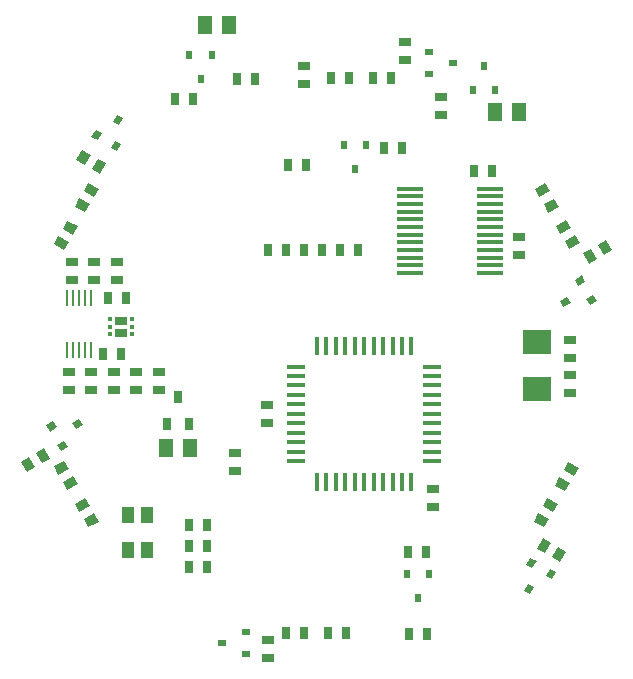
<source format=gtp>
G75*
G70*
%OFA0B0*%
%FSLAX24Y24*%
%IPPOS*%
%LPD*%
%AMOC8*
5,1,8,0,0,1.08239X$1,22.5*
%
%ADD10R,0.0591X0.0160*%
%ADD11R,0.0160X0.0591*%
%ADD12R,0.0256X0.0413*%
%ADD13R,0.0394X0.0315*%
%ADD14R,0.0453X0.0591*%
%ADD15R,0.0315X0.0394*%
%ADD16R,0.0236X0.0276*%
%ADD17R,0.0945X0.0787*%
%ADD18R,0.0276X0.0236*%
%ADD19R,0.0110X0.0551*%
%ADD20R,0.0165X0.0165*%
%ADD21R,0.0394X0.0307*%
%ADD22R,0.0866X0.0157*%
%ADD23R,0.0433X0.0551*%
D10*
X012766Y010755D03*
X012766Y011070D03*
X012766Y011385D03*
X012766Y011700D03*
X012766Y012015D03*
X012766Y012330D03*
X012766Y012645D03*
X012766Y012960D03*
X012766Y013275D03*
X012766Y013590D03*
X012766Y013905D03*
X017294Y013905D03*
X017294Y013590D03*
X017294Y013275D03*
X017294Y012960D03*
X017294Y012645D03*
X017294Y012330D03*
X017294Y012015D03*
X017294Y011700D03*
X017294Y011385D03*
X017294Y011070D03*
X017294Y010755D03*
D11*
X016605Y010066D03*
X016290Y010066D03*
X015975Y010066D03*
X015660Y010066D03*
X015345Y010066D03*
X015030Y010066D03*
X014715Y010066D03*
X014400Y010066D03*
X014085Y010066D03*
X013770Y010066D03*
X013455Y010066D03*
X013455Y014594D03*
X013770Y014594D03*
X014085Y014594D03*
X014400Y014594D03*
X014715Y014594D03*
X015030Y014594D03*
X015345Y014594D03*
X015660Y014594D03*
X015975Y014594D03*
X016290Y014594D03*
X016605Y014594D03*
D12*
X009204Y011977D03*
X008456Y011977D03*
X008830Y012883D03*
D13*
X008180Y013135D03*
X008180Y013725D03*
X007430Y013725D03*
X007430Y013135D03*
X006680Y013135D03*
X006680Y013725D03*
X005930Y013725D03*
X005930Y013135D03*
X005180Y013135D03*
X005180Y013725D03*
G36*
X004299Y010679D02*
X004102Y011020D01*
X004373Y011177D01*
X004570Y010836D01*
X004299Y010679D01*
G37*
G36*
X003787Y010383D02*
X003590Y010724D01*
X003861Y010881D01*
X004058Y010540D01*
X003787Y010383D01*
G37*
G36*
X005181Y010499D02*
X004840Y010302D01*
X004683Y010573D01*
X005024Y010770D01*
X005181Y010499D01*
G37*
G36*
X005477Y009987D02*
X005136Y009790D01*
X004979Y010061D01*
X005320Y010258D01*
X005477Y009987D01*
G37*
G36*
X005383Y009323D02*
X005724Y009520D01*
X005881Y009249D01*
X005540Y009052D01*
X005383Y009323D01*
G37*
G36*
X005679Y008811D02*
X006020Y009008D01*
X006177Y008737D01*
X005836Y008540D01*
X005679Y008811D01*
G37*
X010730Y010435D03*
X010730Y011025D03*
X011780Y012035D03*
X011780Y012625D03*
X006780Y016785D03*
X006780Y017375D03*
X006030Y017375D03*
X006030Y016785D03*
X005280Y016785D03*
X005280Y017375D03*
G36*
X004840Y018258D02*
X005181Y018061D01*
X005024Y017790D01*
X004683Y017987D01*
X004840Y018258D01*
G37*
G36*
X005136Y018770D02*
X005477Y018573D01*
X005320Y018302D01*
X004979Y018499D01*
X005136Y018770D01*
G37*
G36*
X005724Y019040D02*
X005383Y019237D01*
X005540Y019508D01*
X005881Y019311D01*
X005724Y019040D01*
G37*
G36*
X006020Y019552D02*
X005679Y019749D01*
X005836Y020020D01*
X006177Y019823D01*
X006020Y019552D01*
G37*
G36*
X005952Y020490D02*
X006149Y020831D01*
X006420Y020674D01*
X006223Y020333D01*
X005952Y020490D01*
G37*
G36*
X005440Y020786D02*
X005637Y021127D01*
X005908Y020970D01*
X005711Y020629D01*
X005440Y020786D01*
G37*
X013030Y023335D03*
X013030Y023925D03*
X016380Y024135D03*
X016380Y024725D03*
X017580Y022875D03*
X017580Y022285D03*
G36*
X021212Y019743D02*
X020871Y019546D01*
X020714Y019817D01*
X021055Y020014D01*
X021212Y019743D01*
G37*
G36*
X021507Y019232D02*
X021166Y019035D01*
X021009Y019306D01*
X021350Y019503D01*
X021507Y019232D01*
G37*
G36*
X021414Y018605D02*
X021755Y018802D01*
X021912Y018531D01*
X021571Y018334D01*
X021414Y018605D01*
G37*
G36*
X021709Y018093D02*
X022050Y018290D01*
X022207Y018019D01*
X021866Y017822D01*
X021709Y018093D01*
G37*
G36*
X022585Y017830D02*
X022782Y017489D01*
X022511Y017332D01*
X022314Y017673D01*
X022585Y017830D01*
G37*
G36*
X023096Y018126D02*
X023293Y017785D01*
X023022Y017628D01*
X022825Y017969D01*
X023096Y018126D01*
G37*
X020180Y018225D03*
X020180Y017635D03*
X021880Y014775D03*
X021880Y014185D03*
X021880Y013625D03*
X021880Y013035D03*
G36*
X022020Y010252D02*
X021679Y010449D01*
X021836Y010720D01*
X022177Y010523D01*
X022020Y010252D01*
G37*
G36*
X021724Y009740D02*
X021383Y009937D01*
X021540Y010208D01*
X021881Y010011D01*
X021724Y009740D01*
G37*
G36*
X021136Y009520D02*
X021477Y009323D01*
X021320Y009052D01*
X020979Y009249D01*
X021136Y009520D01*
G37*
G36*
X020840Y009008D02*
X021181Y008811D01*
X021024Y008540D01*
X020683Y008737D01*
X020840Y009008D01*
G37*
G36*
X021258Y008020D02*
X021061Y007679D01*
X020790Y007836D01*
X020987Y008177D01*
X021258Y008020D01*
G37*
G36*
X021770Y007724D02*
X021573Y007383D01*
X021302Y007540D01*
X021499Y007881D01*
X021770Y007724D01*
G37*
X017330Y009235D03*
X017330Y009825D03*
X011830Y004775D03*
X011830Y004185D03*
D14*
X009224Y011180D03*
X008436Y011180D03*
X019386Y022380D03*
X020174Y022380D03*
X010524Y025280D03*
X009736Y025280D03*
D15*
X010785Y023480D03*
X011375Y023480D03*
X009325Y022830D03*
X008735Y022830D03*
X012485Y020630D03*
X013075Y020630D03*
X015685Y021180D03*
X016275Y021180D03*
X015925Y023530D03*
X015335Y023530D03*
X014525Y023530D03*
X013935Y023530D03*
X018685Y020430D03*
X019275Y020430D03*
X014825Y017780D03*
X014235Y017780D03*
X013625Y017780D03*
X013035Y017780D03*
X012425Y017780D03*
X011835Y017780D03*
X007075Y016180D03*
X006485Y016180D03*
X006335Y014330D03*
X006925Y014330D03*
X009185Y008630D03*
X009775Y008630D03*
X009775Y007930D03*
X009185Y007930D03*
X009185Y007230D03*
X009775Y007230D03*
X012435Y005030D03*
X013025Y005030D03*
X013835Y005030D03*
X014425Y005030D03*
X016535Y004980D03*
X017125Y004980D03*
X017075Y007730D03*
X016485Y007730D03*
D16*
X016456Y006974D03*
X017204Y006974D03*
X016830Y006186D03*
X014730Y020486D03*
X014356Y021274D03*
X015104Y021274D03*
X018656Y023136D03*
X019404Y023136D03*
X019030Y023924D03*
X009954Y024274D03*
X009206Y024274D03*
X009580Y023486D03*
D17*
X020780Y014717D03*
X020780Y013143D03*
D18*
G36*
X021911Y016020D02*
X021673Y015882D01*
X021555Y016086D01*
X021793Y016224D01*
X021911Y016020D01*
G37*
G36*
X022406Y016737D02*
X022168Y016599D01*
X022050Y016803D01*
X022288Y016941D01*
X022406Y016737D01*
G37*
G36*
X022780Y016090D02*
X022542Y015952D01*
X022424Y016156D01*
X022662Y016294D01*
X022780Y016090D01*
G37*
X017186Y023656D03*
X017186Y024404D03*
X017974Y024030D03*
G36*
X006656Y022061D02*
X006794Y022299D01*
X006998Y022181D01*
X006860Y021943D01*
X006656Y022061D01*
G37*
G36*
X005938Y021566D02*
X006076Y021804D01*
X006280Y021686D01*
X006142Y021448D01*
X005938Y021566D01*
G37*
G36*
X006586Y021192D02*
X006724Y021430D01*
X006928Y021312D01*
X006790Y021074D01*
X006586Y021192D01*
G37*
G36*
X005293Y012010D02*
X005531Y012148D01*
X005649Y011944D01*
X005411Y011806D01*
X005293Y012010D01*
G37*
G36*
X004798Y011292D02*
X005036Y011430D01*
X005154Y011226D01*
X004916Y011088D01*
X004798Y011292D01*
G37*
G36*
X004424Y011940D02*
X004662Y012078D01*
X004780Y011874D01*
X004542Y011736D01*
X004424Y011940D01*
G37*
X011074Y005054D03*
X011074Y004306D03*
X010286Y004680D03*
G36*
X020704Y006549D02*
X020566Y006311D01*
X020362Y006429D01*
X020500Y006667D01*
X020704Y006549D01*
G37*
G36*
X021422Y007044D02*
X021284Y006806D01*
X021080Y006924D01*
X021218Y007162D01*
X021422Y007044D01*
G37*
G36*
X020774Y007418D02*
X020636Y007180D01*
X020432Y007298D01*
X020570Y007536D01*
X020774Y007418D01*
G37*
D19*
X005924Y014464D03*
X005727Y014464D03*
X005530Y014464D03*
X005333Y014464D03*
X005136Y014464D03*
X005136Y016196D03*
X005333Y016196D03*
X005530Y016196D03*
X005727Y016196D03*
X005924Y016196D03*
D20*
X006570Y015486D03*
X006570Y015230D03*
X006570Y014974D03*
X007290Y014974D03*
X007290Y015230D03*
X007290Y015486D03*
D21*
X006930Y015427D03*
X006930Y015033D03*
D22*
X016550Y017023D03*
X016550Y017278D03*
X016550Y017534D03*
X016550Y017790D03*
X016550Y018046D03*
X016550Y018302D03*
X016550Y018558D03*
X016550Y018814D03*
X016550Y019070D03*
X016550Y019326D03*
X016550Y019582D03*
X016550Y019837D03*
X019210Y019837D03*
X019210Y019582D03*
X019210Y019326D03*
X019210Y019070D03*
X019210Y018814D03*
X019210Y018558D03*
X019210Y018302D03*
X019210Y018046D03*
X019210Y017790D03*
X019210Y017534D03*
X019210Y017278D03*
X019210Y017023D03*
D23*
X007165Y007789D03*
X007795Y007789D03*
X007795Y008971D03*
X007165Y008971D03*
M02*

</source>
